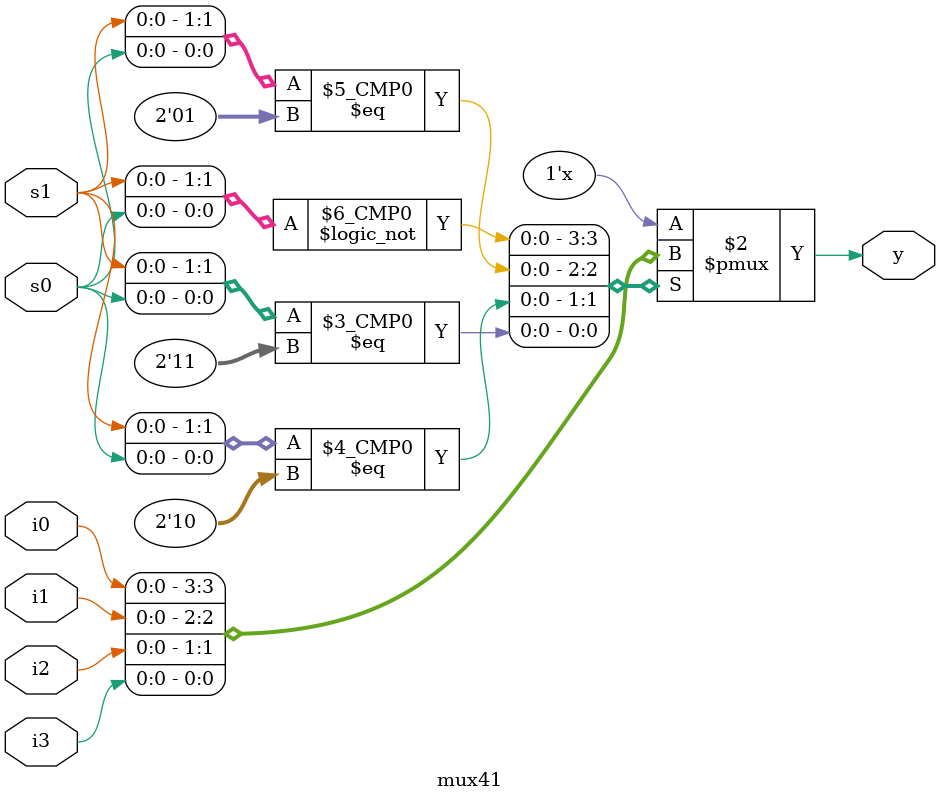
<source format=v>
module mux41(input i0,i1,i2,i3,s1,s0,output reg y);

always @ *

case ({s1,s0})

0: y=i0;
1:y=i1;
2:y=i2;
3: y=i3;

default : y=0;
endcase

endmodule


</source>
